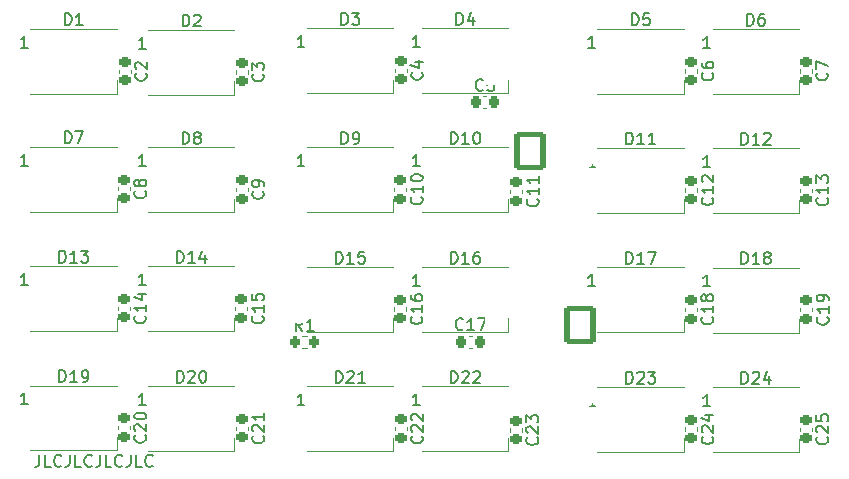
<source format=gbr>
%TF.GenerationSoftware,KiCad,Pcbnew,(6.0.9)*%
%TF.CreationDate,2023-03-29T18:39:05-08:00*%
%TF.ProjectId,CAUTION LIGHTS PANEL,43415554-494f-44e2-904c-494748545320,3*%
%TF.SameCoordinates,Original*%
%TF.FileFunction,Legend,Top*%
%TF.FilePolarity,Positive*%
%FSLAX46Y46*%
G04 Gerber Fmt 4.6, Leading zero omitted, Abs format (unit mm)*
G04 Created by KiCad (PCBNEW (6.0.9)) date 2023-03-29 18:39:05*
%MOMM*%
%LPD*%
G01*
G04 APERTURE LIST*
G04 Aperture macros list*
%AMRoundRect*
0 Rectangle with rounded corners*
0 $1 Rounding radius*
0 $2 $3 $4 $5 $6 $7 $8 $9 X,Y pos of 4 corners*
0 Add a 4 corners polygon primitive as box body*
4,1,4,$2,$3,$4,$5,$6,$7,$8,$9,$2,$3,0*
0 Add four circle primitives for the rounded corners*
1,1,$1+$1,$2,$3*
1,1,$1+$1,$4,$5*
1,1,$1+$1,$6,$7*
1,1,$1+$1,$8,$9*
0 Add four rect primitives between the rounded corners*
20,1,$1+$1,$2,$3,$4,$5,0*
20,1,$1+$1,$4,$5,$6,$7,0*
20,1,$1+$1,$6,$7,$8,$9,0*
20,1,$1+$1,$8,$9,$2,$3,0*%
G04 Aperture macros list end*
%ADD10C,0.150000*%
%ADD11C,0.120000*%
%ADD12C,2.500000*%
%ADD13R,1.500000X0.900000*%
%ADD14RoundRect,0.225000X-0.250000X0.225000X-0.250000X-0.225000X0.250000X-0.225000X0.250000X0.225000X0*%
%ADD15RoundRect,0.225000X-0.225000X-0.250000X0.225000X-0.250000X0.225000X0.250000X-0.225000X0.250000X0*%
%ADD16RoundRect,0.200000X-0.200000X-0.275000X0.200000X-0.275000X0.200000X0.275000X-0.200000X0.275000X0*%
%ADD17RoundRect,0.250001X-1.099999X-1.399999X1.099999X-1.399999X1.099999X1.399999X-1.099999X1.399999X0*%
%ADD18O,2.700000X3.300000*%
%ADD19RoundRect,0.250001X1.099999X1.399999X-1.099999X1.399999X-1.099999X-1.399999X1.099999X-1.399999X0*%
%ADD20R,1.800000X1.800000*%
%ADD21C,1.800000*%
G04 APERTURE END LIST*
D10*
X9402152Y1728820D02*
X9402152Y1014534D01*
X9354533Y871677D01*
X9259295Y776439D01*
X9116438Y728820D01*
X9021200Y728820D01*
X10354533Y728820D02*
X9878342Y728820D01*
X9878342Y1728820D01*
X11259295Y824058D02*
X11211676Y776439D01*
X11068819Y728820D01*
X10973580Y728820D01*
X10830723Y776439D01*
X10735485Y871677D01*
X10687866Y966915D01*
X10640247Y1157391D01*
X10640247Y1300248D01*
X10687866Y1490724D01*
X10735485Y1585962D01*
X10830723Y1681200D01*
X10973580Y1728820D01*
X11068819Y1728820D01*
X11211676Y1681200D01*
X11259295Y1633581D01*
X11973580Y1728820D02*
X11973580Y1014534D01*
X11925961Y871677D01*
X11830723Y776439D01*
X11687866Y728820D01*
X11592628Y728820D01*
X12925961Y728820D02*
X12449771Y728820D01*
X12449771Y1728820D01*
X13830723Y824058D02*
X13783104Y776439D01*
X13640247Y728820D01*
X13545009Y728820D01*
X13402152Y776439D01*
X13306914Y871677D01*
X13259295Y966915D01*
X13211676Y1157391D01*
X13211676Y1300248D01*
X13259295Y1490724D01*
X13306914Y1585962D01*
X13402152Y1681200D01*
X13545009Y1728820D01*
X13640247Y1728820D01*
X13783104Y1681200D01*
X13830723Y1633581D01*
X14545009Y1728820D02*
X14545009Y1014534D01*
X14497390Y871677D01*
X14402152Y776439D01*
X14259295Y728820D01*
X14164057Y728820D01*
X15497390Y728820D02*
X15021200Y728820D01*
X15021200Y1728820D01*
X16402152Y824058D02*
X16354533Y776439D01*
X16211676Y728820D01*
X16116438Y728820D01*
X15973580Y776439D01*
X15878342Y871677D01*
X15830723Y966915D01*
X15783104Y1157391D01*
X15783104Y1300248D01*
X15830723Y1490724D01*
X15878342Y1585962D01*
X15973580Y1681200D01*
X16116438Y1728820D01*
X16211676Y1728820D01*
X16354533Y1681200D01*
X16402152Y1633581D01*
X17116438Y1728820D02*
X17116438Y1014534D01*
X17068819Y871677D01*
X16973580Y776439D01*
X16830723Y728820D01*
X16735485Y728820D01*
X18068819Y728820D02*
X17592628Y728820D01*
X17592628Y1728820D01*
X18973580Y824058D02*
X18925961Y776439D01*
X18783104Y728820D01*
X18687866Y728820D01*
X18545009Y776439D01*
X18449771Y871677D01*
X18402152Y966915D01*
X18354533Y1157391D01*
X18354533Y1300248D01*
X18402152Y1490724D01*
X18449771Y1585962D01*
X18545009Y1681200D01*
X18687866Y1728820D01*
X18783104Y1728820D01*
X18925961Y1681200D01*
X18973580Y1633581D01*
%TO.C,D1*%
X11546104Y38108820D02*
X11546104Y39108820D01*
X11784200Y39108820D01*
X11927057Y39061200D01*
X12022295Y38965962D01*
X12069914Y38870724D01*
X12117533Y38680248D01*
X12117533Y38537391D01*
X12069914Y38346915D01*
X12022295Y38251677D01*
X11927057Y38156439D01*
X11784200Y38108820D01*
X11546104Y38108820D01*
X13069914Y38108820D02*
X12498485Y38108820D01*
X12784200Y38108820D02*
X12784200Y39108820D01*
X12688961Y38965962D01*
X12593723Y38870724D01*
X12498485Y38823105D01*
X8419914Y36208820D02*
X7848485Y36208820D01*
X8134200Y36208820D02*
X8134200Y37208820D01*
X8038961Y37065962D01*
X7943723Y36970724D01*
X7848485Y36923105D01*
%TO.C,D2*%
X21518104Y38008820D02*
X21518104Y39008820D01*
X21756200Y39008820D01*
X21899057Y38961200D01*
X21994295Y38865962D01*
X22041914Y38770724D01*
X22089533Y38580248D01*
X22089533Y38437391D01*
X22041914Y38246915D01*
X21994295Y38151677D01*
X21899057Y38056439D01*
X21756200Y38008820D01*
X21518104Y38008820D01*
X22470485Y38913581D02*
X22518104Y38961200D01*
X22613342Y39008820D01*
X22851438Y39008820D01*
X22946676Y38961200D01*
X22994295Y38913581D01*
X23041914Y38818343D01*
X23041914Y38723105D01*
X22994295Y38580248D01*
X22422866Y38008820D01*
X23041914Y38008820D01*
X18391914Y36108820D02*
X17820485Y36108820D01*
X18106200Y36108820D02*
X18106200Y37108820D01*
X18010961Y36965962D01*
X17915723Y36870724D01*
X17820485Y36823105D01*
%TO.C,D3*%
X34967104Y38150420D02*
X34967104Y39150420D01*
X35205200Y39150420D01*
X35348057Y39102800D01*
X35443295Y39007562D01*
X35490914Y38912324D01*
X35538533Y38721848D01*
X35538533Y38578991D01*
X35490914Y38388515D01*
X35443295Y38293277D01*
X35348057Y38198039D01*
X35205200Y38150420D01*
X34967104Y38150420D01*
X35871866Y39150420D02*
X36490914Y39150420D01*
X36157580Y38769467D01*
X36300438Y38769467D01*
X36395676Y38721848D01*
X36443295Y38674229D01*
X36490914Y38578991D01*
X36490914Y38340896D01*
X36443295Y38245658D01*
X36395676Y38198039D01*
X36300438Y38150420D01*
X36014723Y38150420D01*
X35919485Y38198039D01*
X35871866Y38245658D01*
X31840914Y36250420D02*
X31269485Y36250420D01*
X31555200Y36250420D02*
X31555200Y37250420D01*
X31459961Y37107562D01*
X31364723Y37012324D01*
X31269485Y36964705D01*
%TO.C,D4*%
X44709104Y38150420D02*
X44709104Y39150420D01*
X44947200Y39150420D01*
X45090057Y39102800D01*
X45185295Y39007562D01*
X45232914Y38912324D01*
X45280533Y38721848D01*
X45280533Y38578991D01*
X45232914Y38388515D01*
X45185295Y38293277D01*
X45090057Y38198039D01*
X44947200Y38150420D01*
X44709104Y38150420D01*
X46137676Y38817086D02*
X46137676Y38150420D01*
X45899580Y39198039D02*
X45661485Y38483753D01*
X46280533Y38483753D01*
X41582914Y36250420D02*
X41011485Y36250420D01*
X41297200Y36250420D02*
X41297200Y37250420D01*
X41201961Y37107562D01*
X41106723Y37012324D01*
X41011485Y36964705D01*
%TO.C,D5*%
X59553104Y38100420D02*
X59553104Y39100420D01*
X59791200Y39100420D01*
X59934057Y39052800D01*
X60029295Y38957562D01*
X60076914Y38862324D01*
X60124533Y38671848D01*
X60124533Y38528991D01*
X60076914Y38338515D01*
X60029295Y38243277D01*
X59934057Y38148039D01*
X59791200Y38100420D01*
X59553104Y38100420D01*
X61029295Y39100420D02*
X60553104Y39100420D01*
X60505485Y38624229D01*
X60553104Y38671848D01*
X60648342Y38719467D01*
X60886438Y38719467D01*
X60981676Y38671848D01*
X61029295Y38624229D01*
X61076914Y38528991D01*
X61076914Y38290896D01*
X61029295Y38195658D01*
X60981676Y38148039D01*
X60886438Y38100420D01*
X60648342Y38100420D01*
X60553104Y38148039D01*
X60505485Y38195658D01*
X56426914Y36200420D02*
X55855485Y36200420D01*
X56141200Y36200420D02*
X56141200Y37200420D01*
X56045961Y37057562D01*
X55950723Y36962324D01*
X55855485Y36914705D01*
%TO.C,D6*%
X69303104Y38080420D02*
X69303104Y39080420D01*
X69541200Y39080420D01*
X69684057Y39032800D01*
X69779295Y38937562D01*
X69826914Y38842324D01*
X69874533Y38651848D01*
X69874533Y38508991D01*
X69826914Y38318515D01*
X69779295Y38223277D01*
X69684057Y38128039D01*
X69541200Y38080420D01*
X69303104Y38080420D01*
X70731676Y39080420D02*
X70541200Y39080420D01*
X70445961Y39032800D01*
X70398342Y38985181D01*
X70303104Y38842324D01*
X70255485Y38651848D01*
X70255485Y38270896D01*
X70303104Y38175658D01*
X70350723Y38128039D01*
X70445961Y38080420D01*
X70636438Y38080420D01*
X70731676Y38128039D01*
X70779295Y38175658D01*
X70826914Y38270896D01*
X70826914Y38508991D01*
X70779295Y38604229D01*
X70731676Y38651848D01*
X70636438Y38699467D01*
X70445961Y38699467D01*
X70350723Y38651848D01*
X70303104Y38604229D01*
X70255485Y38508991D01*
X66176914Y36180420D02*
X65605485Y36180420D01*
X65891200Y36180420D02*
X65891200Y37180420D01*
X65795961Y37037562D01*
X65700723Y36942324D01*
X65605485Y36894705D01*
%TO.C,D7*%
X11546104Y28116820D02*
X11546104Y29116820D01*
X11784200Y29116820D01*
X11927057Y29069200D01*
X12022295Y28973962D01*
X12069914Y28878724D01*
X12117533Y28688248D01*
X12117533Y28545391D01*
X12069914Y28354915D01*
X12022295Y28259677D01*
X11927057Y28164439D01*
X11784200Y28116820D01*
X11546104Y28116820D01*
X12450866Y29116820D02*
X13117533Y29116820D01*
X12688961Y28116820D01*
X8419914Y26216820D02*
X7848485Y26216820D01*
X8134200Y26216820D02*
X8134200Y27216820D01*
X8038961Y27073962D01*
X7943723Y26978724D01*
X7848485Y26931105D01*
%TO.C,D8*%
X21518104Y28066620D02*
X21518104Y29066620D01*
X21756200Y29066620D01*
X21899057Y29019000D01*
X21994295Y28923762D01*
X22041914Y28828524D01*
X22089533Y28638048D01*
X22089533Y28495191D01*
X22041914Y28304715D01*
X21994295Y28209477D01*
X21899057Y28114239D01*
X21756200Y28066620D01*
X21518104Y28066620D01*
X22660961Y28638048D02*
X22565723Y28685667D01*
X22518104Y28733286D01*
X22470485Y28828524D01*
X22470485Y28876143D01*
X22518104Y28971381D01*
X22565723Y29019000D01*
X22660961Y29066620D01*
X22851438Y29066620D01*
X22946676Y29019000D01*
X22994295Y28971381D01*
X23041914Y28876143D01*
X23041914Y28828524D01*
X22994295Y28733286D01*
X22946676Y28685667D01*
X22851438Y28638048D01*
X22660961Y28638048D01*
X22565723Y28590429D01*
X22518104Y28542810D01*
X22470485Y28447572D01*
X22470485Y28257096D01*
X22518104Y28161858D01*
X22565723Y28114239D01*
X22660961Y28066620D01*
X22851438Y28066620D01*
X22946676Y28114239D01*
X22994295Y28161858D01*
X23041914Y28257096D01*
X23041914Y28447572D01*
X22994295Y28542810D01*
X22946676Y28590429D01*
X22851438Y28638048D01*
X18391914Y26166620D02*
X17820485Y26166620D01*
X18106200Y26166620D02*
X18106200Y27166620D01*
X18010961Y27023762D01*
X17915723Y26928524D01*
X17820485Y26880905D01*
%TO.C,D9*%
X34967104Y28066820D02*
X34967104Y29066820D01*
X35205200Y29066820D01*
X35348057Y29019200D01*
X35443295Y28923962D01*
X35490914Y28828724D01*
X35538533Y28638248D01*
X35538533Y28495391D01*
X35490914Y28304915D01*
X35443295Y28209677D01*
X35348057Y28114439D01*
X35205200Y28066820D01*
X34967104Y28066820D01*
X36014723Y28066820D02*
X36205200Y28066820D01*
X36300438Y28114439D01*
X36348057Y28162058D01*
X36443295Y28304915D01*
X36490914Y28495391D01*
X36490914Y28876343D01*
X36443295Y28971581D01*
X36395676Y29019200D01*
X36300438Y29066820D01*
X36109961Y29066820D01*
X36014723Y29019200D01*
X35967104Y28971581D01*
X35919485Y28876343D01*
X35919485Y28638248D01*
X35967104Y28543010D01*
X36014723Y28495391D01*
X36109961Y28447772D01*
X36300438Y28447772D01*
X36395676Y28495391D01*
X36443295Y28543010D01*
X36490914Y28638248D01*
X31840914Y26166820D02*
X31269485Y26166820D01*
X31555200Y26166820D02*
X31555200Y27166820D01*
X31459961Y27023962D01*
X31364723Y26928724D01*
X31269485Y26881105D01*
%TO.C,D10*%
X44232914Y28066820D02*
X44232914Y29066820D01*
X44471009Y29066820D01*
X44613866Y29019200D01*
X44709104Y28923962D01*
X44756723Y28828724D01*
X44804342Y28638248D01*
X44804342Y28495391D01*
X44756723Y28304915D01*
X44709104Y28209677D01*
X44613866Y28114439D01*
X44471009Y28066820D01*
X44232914Y28066820D01*
X45756723Y28066820D02*
X45185295Y28066820D01*
X45471009Y28066820D02*
X45471009Y29066820D01*
X45375771Y28923962D01*
X45280533Y28828724D01*
X45185295Y28781105D01*
X46375771Y29066820D02*
X46471009Y29066820D01*
X46566247Y29019200D01*
X46613866Y28971581D01*
X46661485Y28876343D01*
X46709104Y28685867D01*
X46709104Y28447772D01*
X46661485Y28257296D01*
X46613866Y28162058D01*
X46566247Y28114439D01*
X46471009Y28066820D01*
X46375771Y28066820D01*
X46280533Y28114439D01*
X46232914Y28162058D01*
X46185295Y28257296D01*
X46137676Y28447772D01*
X46137676Y28685867D01*
X46185295Y28876343D01*
X46232914Y28971581D01*
X46280533Y29019200D01*
X46375771Y29066820D01*
X41582914Y26166820D02*
X41011485Y26166820D01*
X41297200Y26166820D02*
X41297200Y27166820D01*
X41201961Y27023962D01*
X41106723Y26928724D01*
X41011485Y26881105D01*
%TO.C,D11*%
X59076914Y28016620D02*
X59076914Y29016620D01*
X59315009Y29016620D01*
X59457866Y28969000D01*
X59553104Y28873762D01*
X59600723Y28778524D01*
X59648342Y28588048D01*
X59648342Y28445191D01*
X59600723Y28254715D01*
X59553104Y28159477D01*
X59457866Y28064239D01*
X59315009Y28016620D01*
X59076914Y28016620D01*
X60600723Y28016620D02*
X60029295Y28016620D01*
X60315009Y28016620D02*
X60315009Y29016620D01*
X60219771Y28873762D01*
X60124533Y28778524D01*
X60029295Y28730905D01*
X61553104Y28016620D02*
X60981676Y28016620D01*
X61267390Y28016620D02*
X61267390Y29016620D01*
X61172152Y28873762D01*
X61076914Y28778524D01*
X60981676Y28730905D01*
X56426914Y26116620D02*
X55855485Y26116620D01*
X56141200Y26116620D02*
X56141200Y27116620D01*
X56045961Y26973762D01*
X55950723Y26878524D01*
X55855485Y26830905D01*
%TO.C,D13*%
X11069914Y18007620D02*
X11069914Y19007620D01*
X11308009Y19007620D01*
X11450866Y18960000D01*
X11546104Y18864762D01*
X11593723Y18769524D01*
X11641342Y18579048D01*
X11641342Y18436191D01*
X11593723Y18245715D01*
X11546104Y18150477D01*
X11450866Y18055239D01*
X11308009Y18007620D01*
X11069914Y18007620D01*
X12593723Y18007620D02*
X12022295Y18007620D01*
X12308009Y18007620D02*
X12308009Y19007620D01*
X12212771Y18864762D01*
X12117533Y18769524D01*
X12022295Y18721905D01*
X12927057Y19007620D02*
X13546104Y19007620D01*
X13212771Y18626667D01*
X13355628Y18626667D01*
X13450866Y18579048D01*
X13498485Y18531429D01*
X13546104Y18436191D01*
X13546104Y18198096D01*
X13498485Y18102858D01*
X13450866Y18055239D01*
X13355628Y18007620D01*
X13069914Y18007620D01*
X12974676Y18055239D01*
X12927057Y18102858D01*
X8419914Y16107620D02*
X7848485Y16107620D01*
X8134200Y16107620D02*
X8134200Y17107620D01*
X8038961Y16964762D01*
X7943723Y16869524D01*
X7848485Y16821905D01*
%TO.C,D14*%
X21041914Y17983020D02*
X21041914Y18983020D01*
X21280009Y18983020D01*
X21422866Y18935400D01*
X21518104Y18840162D01*
X21565723Y18744924D01*
X21613342Y18554448D01*
X21613342Y18411591D01*
X21565723Y18221115D01*
X21518104Y18125877D01*
X21422866Y18030639D01*
X21280009Y17983020D01*
X21041914Y17983020D01*
X22565723Y17983020D02*
X21994295Y17983020D01*
X22280009Y17983020D02*
X22280009Y18983020D01*
X22184771Y18840162D01*
X22089533Y18744924D01*
X21994295Y18697305D01*
X23422866Y18649686D02*
X23422866Y17983020D01*
X23184771Y19030639D02*
X22946676Y18316353D01*
X23565723Y18316353D01*
X18391914Y16083020D02*
X17820485Y16083020D01*
X18106200Y16083020D02*
X18106200Y17083020D01*
X18010961Y16940162D01*
X17915723Y16844924D01*
X17820485Y16797305D01*
%TO.C,D15*%
X34490914Y17932220D02*
X34490914Y18932220D01*
X34729009Y18932220D01*
X34871866Y18884600D01*
X34967104Y18789362D01*
X35014723Y18694124D01*
X35062342Y18503648D01*
X35062342Y18360791D01*
X35014723Y18170315D01*
X34967104Y18075077D01*
X34871866Y17979839D01*
X34729009Y17932220D01*
X34490914Y17932220D01*
X36014723Y17932220D02*
X35443295Y17932220D01*
X35729009Y17932220D02*
X35729009Y18932220D01*
X35633771Y18789362D01*
X35538533Y18694124D01*
X35443295Y18646505D01*
X36919485Y18932220D02*
X36443295Y18932220D01*
X36395676Y18456029D01*
X36443295Y18503648D01*
X36538533Y18551267D01*
X36776628Y18551267D01*
X36871866Y18503648D01*
X36919485Y18456029D01*
X36967104Y18360791D01*
X36967104Y18122696D01*
X36919485Y18027458D01*
X36871866Y17979839D01*
X36776628Y17932220D01*
X36538533Y17932220D01*
X36443295Y17979839D01*
X36395676Y18027458D01*
X31840914Y16032220D02*
X31269485Y16032220D01*
X31555200Y16032220D02*
X31555200Y17032220D01*
X31459961Y16889362D01*
X31364723Y16794124D01*
X31269485Y16746505D01*
%TO.C,D16*%
X44232914Y17932020D02*
X44232914Y18932020D01*
X44471009Y18932020D01*
X44613866Y18884400D01*
X44709104Y18789162D01*
X44756723Y18693924D01*
X44804342Y18503448D01*
X44804342Y18360591D01*
X44756723Y18170115D01*
X44709104Y18074877D01*
X44613866Y17979639D01*
X44471009Y17932020D01*
X44232914Y17932020D01*
X45756723Y17932020D02*
X45185295Y17932020D01*
X45471009Y17932020D02*
X45471009Y18932020D01*
X45375771Y18789162D01*
X45280533Y18693924D01*
X45185295Y18646305D01*
X46613866Y18932020D02*
X46423390Y18932020D01*
X46328152Y18884400D01*
X46280533Y18836781D01*
X46185295Y18693924D01*
X46137676Y18503448D01*
X46137676Y18122496D01*
X46185295Y18027258D01*
X46232914Y17979639D01*
X46328152Y17932020D01*
X46518628Y17932020D01*
X46613866Y17979639D01*
X46661485Y18027258D01*
X46709104Y18122496D01*
X46709104Y18360591D01*
X46661485Y18455829D01*
X46613866Y18503448D01*
X46518628Y18551067D01*
X46328152Y18551067D01*
X46232914Y18503448D01*
X46185295Y18455829D01*
X46137676Y18360591D01*
X41582914Y16032020D02*
X41011485Y16032020D01*
X41297200Y16032020D02*
X41297200Y17032020D01*
X41201961Y16889162D01*
X41106723Y16793924D01*
X41011485Y16746305D01*
%TO.C,D17*%
X59076914Y17907420D02*
X59076914Y18907420D01*
X59315009Y18907420D01*
X59457866Y18859800D01*
X59553104Y18764562D01*
X59600723Y18669324D01*
X59648342Y18478848D01*
X59648342Y18335991D01*
X59600723Y18145515D01*
X59553104Y18050277D01*
X59457866Y17955039D01*
X59315009Y17907420D01*
X59076914Y17907420D01*
X60600723Y17907420D02*
X60029295Y17907420D01*
X60315009Y17907420D02*
X60315009Y18907420D01*
X60219771Y18764562D01*
X60124533Y18669324D01*
X60029295Y18621705D01*
X60934057Y18907420D02*
X61600723Y18907420D01*
X61172152Y17907420D01*
X56426914Y16007420D02*
X55855485Y16007420D01*
X56141200Y16007420D02*
X56141200Y17007420D01*
X56045961Y16864562D01*
X55950723Y16769324D01*
X55855485Y16721705D01*
%TO.C,D18*%
X68826914Y17887620D02*
X68826914Y18887620D01*
X69065009Y18887620D01*
X69207866Y18840000D01*
X69303104Y18744762D01*
X69350723Y18649524D01*
X69398342Y18459048D01*
X69398342Y18316191D01*
X69350723Y18125715D01*
X69303104Y18030477D01*
X69207866Y17935239D01*
X69065009Y17887620D01*
X68826914Y17887620D01*
X70350723Y17887620D02*
X69779295Y17887620D01*
X70065009Y17887620D02*
X70065009Y18887620D01*
X69969771Y18744762D01*
X69874533Y18649524D01*
X69779295Y18601905D01*
X70922152Y18459048D02*
X70826914Y18506667D01*
X70779295Y18554286D01*
X70731676Y18649524D01*
X70731676Y18697143D01*
X70779295Y18792381D01*
X70826914Y18840000D01*
X70922152Y18887620D01*
X71112628Y18887620D01*
X71207866Y18840000D01*
X71255485Y18792381D01*
X71303104Y18697143D01*
X71303104Y18649524D01*
X71255485Y18554286D01*
X71207866Y18506667D01*
X71112628Y18459048D01*
X70922152Y18459048D01*
X70826914Y18411429D01*
X70779295Y18363810D01*
X70731676Y18268572D01*
X70731676Y18078096D01*
X70779295Y17982858D01*
X70826914Y17935239D01*
X70922152Y17887620D01*
X71112628Y17887620D01*
X71207866Y17935239D01*
X71255485Y17982858D01*
X71303104Y18078096D01*
X71303104Y18268572D01*
X71255485Y18363810D01*
X71207866Y18411429D01*
X71112628Y18459048D01*
X66176914Y15987620D02*
X65605485Y15987620D01*
X65891200Y15987620D02*
X65891200Y16987620D01*
X65795961Y16844762D01*
X65700723Y16749524D01*
X65605485Y16701905D01*
%TO.C,D19*%
X11069914Y7898820D02*
X11069914Y8898820D01*
X11308009Y8898820D01*
X11450866Y8851200D01*
X11546104Y8755962D01*
X11593723Y8660724D01*
X11641342Y8470248D01*
X11641342Y8327391D01*
X11593723Y8136915D01*
X11546104Y8041677D01*
X11450866Y7946439D01*
X11308009Y7898820D01*
X11069914Y7898820D01*
X12593723Y7898820D02*
X12022295Y7898820D01*
X12308009Y7898820D02*
X12308009Y8898820D01*
X12212771Y8755962D01*
X12117533Y8660724D01*
X12022295Y8613105D01*
X13069914Y7898820D02*
X13260390Y7898820D01*
X13355628Y7946439D01*
X13403247Y7994058D01*
X13498485Y8136915D01*
X13546104Y8327391D01*
X13546104Y8708343D01*
X13498485Y8803581D01*
X13450866Y8851200D01*
X13355628Y8898820D01*
X13165152Y8898820D01*
X13069914Y8851200D01*
X13022295Y8803581D01*
X12974676Y8708343D01*
X12974676Y8470248D01*
X13022295Y8375010D01*
X13069914Y8327391D01*
X13165152Y8279772D01*
X13355628Y8279772D01*
X13450866Y8327391D01*
X13498485Y8375010D01*
X13546104Y8470248D01*
X8419914Y5998820D02*
X7848485Y5998820D01*
X8134200Y5998820D02*
X8134200Y6998820D01*
X8038961Y6855962D01*
X7943723Y6760724D01*
X7848485Y6713105D01*
%TO.C,D20*%
X21041914Y7848820D02*
X21041914Y8848820D01*
X21280009Y8848820D01*
X21422866Y8801200D01*
X21518104Y8705962D01*
X21565723Y8610724D01*
X21613342Y8420248D01*
X21613342Y8277391D01*
X21565723Y8086915D01*
X21518104Y7991677D01*
X21422866Y7896439D01*
X21280009Y7848820D01*
X21041914Y7848820D01*
X21994295Y8753581D02*
X22041914Y8801200D01*
X22137152Y8848820D01*
X22375247Y8848820D01*
X22470485Y8801200D01*
X22518104Y8753581D01*
X22565723Y8658343D01*
X22565723Y8563105D01*
X22518104Y8420248D01*
X21946676Y7848820D01*
X22565723Y7848820D01*
X23184771Y8848820D02*
X23280009Y8848820D01*
X23375247Y8801200D01*
X23422866Y8753581D01*
X23470485Y8658343D01*
X23518104Y8467867D01*
X23518104Y8229772D01*
X23470485Y8039296D01*
X23422866Y7944058D01*
X23375247Y7896439D01*
X23280009Y7848820D01*
X23184771Y7848820D01*
X23089533Y7896439D01*
X23041914Y7944058D01*
X22994295Y8039296D01*
X22946676Y8229772D01*
X22946676Y8467867D01*
X22994295Y8658343D01*
X23041914Y8753581D01*
X23089533Y8801200D01*
X23184771Y8848820D01*
X18391914Y5948820D02*
X17820485Y5948820D01*
X18106200Y5948820D02*
X18106200Y6948820D01*
X18010961Y6805962D01*
X17915723Y6710724D01*
X17820485Y6663105D01*
%TO.C,D21*%
X34490914Y7822820D02*
X34490914Y8822820D01*
X34729009Y8822820D01*
X34871866Y8775200D01*
X34967104Y8679962D01*
X35014723Y8584724D01*
X35062342Y8394248D01*
X35062342Y8251391D01*
X35014723Y8060915D01*
X34967104Y7965677D01*
X34871866Y7870439D01*
X34729009Y7822820D01*
X34490914Y7822820D01*
X35443295Y8727581D02*
X35490914Y8775200D01*
X35586152Y8822820D01*
X35824247Y8822820D01*
X35919485Y8775200D01*
X35967104Y8727581D01*
X36014723Y8632343D01*
X36014723Y8537105D01*
X35967104Y8394248D01*
X35395676Y7822820D01*
X36014723Y7822820D01*
X36967104Y7822820D02*
X36395676Y7822820D01*
X36681390Y7822820D02*
X36681390Y8822820D01*
X36586152Y8679962D01*
X36490914Y8584724D01*
X36395676Y8537105D01*
X31840914Y5922820D02*
X31269485Y5922820D01*
X31555200Y5922820D02*
X31555200Y6922820D01*
X31459961Y6779962D01*
X31364723Y6684724D01*
X31269485Y6637105D01*
%TO.C,D22*%
X44232914Y7822820D02*
X44232914Y8822820D01*
X44471009Y8822820D01*
X44613866Y8775200D01*
X44709104Y8679962D01*
X44756723Y8584724D01*
X44804342Y8394248D01*
X44804342Y8251391D01*
X44756723Y8060915D01*
X44709104Y7965677D01*
X44613866Y7870439D01*
X44471009Y7822820D01*
X44232914Y7822820D01*
X45185295Y8727581D02*
X45232914Y8775200D01*
X45328152Y8822820D01*
X45566247Y8822820D01*
X45661485Y8775200D01*
X45709104Y8727581D01*
X45756723Y8632343D01*
X45756723Y8537105D01*
X45709104Y8394248D01*
X45137676Y7822820D01*
X45756723Y7822820D01*
X46137676Y8727581D02*
X46185295Y8775200D01*
X46280533Y8822820D01*
X46518628Y8822820D01*
X46613866Y8775200D01*
X46661485Y8727581D01*
X46709104Y8632343D01*
X46709104Y8537105D01*
X46661485Y8394248D01*
X46090057Y7822820D01*
X46709104Y7822820D01*
X41582914Y5922820D02*
X41011485Y5922820D01*
X41297200Y5922820D02*
X41297200Y6922820D01*
X41201961Y6779962D01*
X41106723Y6684724D01*
X41011485Y6637105D01*
%TO.C,D23*%
X59076914Y7772820D02*
X59076914Y8772820D01*
X59315009Y8772820D01*
X59457866Y8725200D01*
X59553104Y8629962D01*
X59600723Y8534724D01*
X59648342Y8344248D01*
X59648342Y8201391D01*
X59600723Y8010915D01*
X59553104Y7915677D01*
X59457866Y7820439D01*
X59315009Y7772820D01*
X59076914Y7772820D01*
X60029295Y8677581D02*
X60076914Y8725200D01*
X60172152Y8772820D01*
X60410247Y8772820D01*
X60505485Y8725200D01*
X60553104Y8677581D01*
X60600723Y8582343D01*
X60600723Y8487105D01*
X60553104Y8344248D01*
X59981676Y7772820D01*
X60600723Y7772820D01*
X60934057Y8772820D02*
X61553104Y8772820D01*
X61219771Y8391867D01*
X61362628Y8391867D01*
X61457866Y8344248D01*
X61505485Y8296629D01*
X61553104Y8201391D01*
X61553104Y7963296D01*
X61505485Y7868058D01*
X61457866Y7820439D01*
X61362628Y7772820D01*
X61076914Y7772820D01*
X60981676Y7820439D01*
X60934057Y7868058D01*
X56426914Y5872820D02*
X55855485Y5872820D01*
X56141200Y5872820D02*
X56141200Y6872820D01*
X56045961Y6729962D01*
X55950723Y6634724D01*
X55855485Y6587105D01*
%TO.C,D24*%
X68826914Y7752820D02*
X68826914Y8752820D01*
X69065009Y8752820D01*
X69207866Y8705200D01*
X69303104Y8609962D01*
X69350723Y8514724D01*
X69398342Y8324248D01*
X69398342Y8181391D01*
X69350723Y7990915D01*
X69303104Y7895677D01*
X69207866Y7800439D01*
X69065009Y7752820D01*
X68826914Y7752820D01*
X69779295Y8657581D02*
X69826914Y8705200D01*
X69922152Y8752820D01*
X70160247Y8752820D01*
X70255485Y8705200D01*
X70303104Y8657581D01*
X70350723Y8562343D01*
X70350723Y8467105D01*
X70303104Y8324248D01*
X69731676Y7752820D01*
X70350723Y7752820D01*
X71207866Y8419486D02*
X71207866Y7752820D01*
X70969771Y8800439D02*
X70731676Y8086153D01*
X71350723Y8086153D01*
X66176914Y5852820D02*
X65605485Y5852820D01*
X65891200Y5852820D02*
X65891200Y6852820D01*
X65795961Y6709962D01*
X65700723Y6614724D01*
X65605485Y6567105D01*
%TO.C,C3*%
X28303342Y33982034D02*
X28350961Y33934415D01*
X28398580Y33791558D01*
X28398580Y33696320D01*
X28350961Y33553462D01*
X28255723Y33458224D01*
X28160485Y33410605D01*
X27970009Y33362986D01*
X27827152Y33362986D01*
X27636676Y33410605D01*
X27541438Y33458224D01*
X27446200Y33553462D01*
X27398580Y33696320D01*
X27398580Y33791558D01*
X27446200Y33934415D01*
X27493819Y33982034D01*
X27398580Y34315367D02*
X27398580Y34934415D01*
X27779533Y34601081D01*
X27779533Y34743939D01*
X27827152Y34839177D01*
X27874771Y34886796D01*
X27970009Y34934415D01*
X28208104Y34934415D01*
X28303342Y34886796D01*
X28350961Y34839177D01*
X28398580Y34743939D01*
X28398580Y34458224D01*
X28350961Y34362986D01*
X28303342Y34315367D01*
%TO.C,C4*%
X41763342Y34122034D02*
X41810961Y34074415D01*
X41858580Y33931558D01*
X41858580Y33836320D01*
X41810961Y33693462D01*
X41715723Y33598224D01*
X41620485Y33550605D01*
X41430009Y33502986D01*
X41287152Y33502986D01*
X41096676Y33550605D01*
X41001438Y33598224D01*
X40906200Y33693462D01*
X40858580Y33836320D01*
X40858580Y33931558D01*
X40906200Y34074415D01*
X40953819Y34122034D01*
X41191914Y34979177D02*
X41858580Y34979177D01*
X40810961Y34741081D02*
X41525247Y34502986D01*
X41525247Y35122034D01*
%TO.C,C5*%
X46942033Y32644058D02*
X46894414Y32596439D01*
X46751557Y32548820D01*
X46656319Y32548820D01*
X46513461Y32596439D01*
X46418223Y32691677D01*
X46370604Y32786915D01*
X46322985Y32977391D01*
X46322985Y33120248D01*
X46370604Y33310724D01*
X46418223Y33405962D01*
X46513461Y33501200D01*
X46656319Y33548820D01*
X46751557Y33548820D01*
X46894414Y33501200D01*
X46942033Y33453581D01*
X47846795Y33548820D02*
X47370604Y33548820D01*
X47322985Y33072629D01*
X47370604Y33120248D01*
X47465842Y33167867D01*
X47703938Y33167867D01*
X47799176Y33120248D01*
X47846795Y33072629D01*
X47894414Y32977391D01*
X47894414Y32739296D01*
X47846795Y32644058D01*
X47799176Y32596439D01*
X47703938Y32548820D01*
X47465842Y32548820D01*
X47370604Y32596439D01*
X47322985Y32644058D01*
%TO.C,C6*%
X66373342Y34072034D02*
X66420961Y34024415D01*
X66468580Y33881558D01*
X66468580Y33786320D01*
X66420961Y33643462D01*
X66325723Y33548224D01*
X66230485Y33500605D01*
X66040009Y33452986D01*
X65897152Y33452986D01*
X65706676Y33500605D01*
X65611438Y33548224D01*
X65516200Y33643462D01*
X65468580Y33786320D01*
X65468580Y33881558D01*
X65516200Y34024415D01*
X65563819Y34072034D01*
X65468580Y34929177D02*
X65468580Y34738700D01*
X65516200Y34643462D01*
X65563819Y34595843D01*
X65706676Y34500605D01*
X65897152Y34452986D01*
X66278104Y34452986D01*
X66373342Y34500605D01*
X66420961Y34548224D01*
X66468580Y34643462D01*
X66468580Y34833939D01*
X66420961Y34929177D01*
X66373342Y34976796D01*
X66278104Y35024415D01*
X66040009Y35024415D01*
X65944771Y34976796D01*
X65897152Y34929177D01*
X65849533Y34833939D01*
X65849533Y34643462D01*
X65897152Y34548224D01*
X65944771Y34500605D01*
X66040009Y34452986D01*
%TO.C,C7*%
X76073342Y34062034D02*
X76120961Y34014415D01*
X76168580Y33871558D01*
X76168580Y33776320D01*
X76120961Y33633462D01*
X76025723Y33538224D01*
X75930485Y33490605D01*
X75740009Y33442986D01*
X75597152Y33442986D01*
X75406676Y33490605D01*
X75311438Y33538224D01*
X75216200Y33633462D01*
X75168580Y33776320D01*
X75168580Y33871558D01*
X75216200Y34014415D01*
X75263819Y34062034D01*
X75168580Y34395367D02*
X75168580Y35062034D01*
X76168580Y34633462D01*
%TO.C,C8*%
X18333342Y24092034D02*
X18380961Y24044415D01*
X18428580Y23901558D01*
X18428580Y23806320D01*
X18380961Y23663462D01*
X18285723Y23568224D01*
X18190485Y23520605D01*
X18000009Y23472986D01*
X17857152Y23472986D01*
X17666676Y23520605D01*
X17571438Y23568224D01*
X17476200Y23663462D01*
X17428580Y23806320D01*
X17428580Y23901558D01*
X17476200Y24044415D01*
X17523819Y24092034D01*
X17857152Y24663462D02*
X17809533Y24568224D01*
X17761914Y24520605D01*
X17666676Y24472986D01*
X17619057Y24472986D01*
X17523819Y24520605D01*
X17476200Y24568224D01*
X17428580Y24663462D01*
X17428580Y24853939D01*
X17476200Y24949177D01*
X17523819Y24996796D01*
X17619057Y25044415D01*
X17666676Y25044415D01*
X17761914Y24996796D01*
X17809533Y24949177D01*
X17857152Y24853939D01*
X17857152Y24663462D01*
X17904771Y24568224D01*
X17952390Y24520605D01*
X18047628Y24472986D01*
X18238104Y24472986D01*
X18333342Y24520605D01*
X18380961Y24568224D01*
X18428580Y24663462D01*
X18428580Y24853939D01*
X18380961Y24949177D01*
X18333342Y24996796D01*
X18238104Y25044415D01*
X18047628Y25044415D01*
X17952390Y24996796D01*
X17904771Y24949177D01*
X17857152Y24853939D01*
%TO.C,C9*%
X28303342Y24042034D02*
X28350961Y23994415D01*
X28398580Y23851558D01*
X28398580Y23756320D01*
X28350961Y23613462D01*
X28255723Y23518224D01*
X28160485Y23470605D01*
X27970009Y23422986D01*
X27827152Y23422986D01*
X27636676Y23470605D01*
X27541438Y23518224D01*
X27446200Y23613462D01*
X27398580Y23756320D01*
X27398580Y23851558D01*
X27446200Y23994415D01*
X27493819Y24042034D01*
X28398580Y24518224D02*
X28398580Y24708700D01*
X28350961Y24803939D01*
X28303342Y24851558D01*
X28160485Y24946796D01*
X27970009Y24994415D01*
X27589057Y24994415D01*
X27493819Y24946796D01*
X27446200Y24899177D01*
X27398580Y24803939D01*
X27398580Y24613462D01*
X27446200Y24518224D01*
X27493819Y24470605D01*
X27589057Y24422986D01*
X27827152Y24422986D01*
X27922390Y24470605D01*
X27970009Y24518224D01*
X28017628Y24613462D01*
X28017628Y24803939D01*
X27970009Y24899177D01*
X27922390Y24946796D01*
X27827152Y24994415D01*
%TO.C,C10*%
X41743342Y23565843D02*
X41790961Y23518224D01*
X41838580Y23375367D01*
X41838580Y23280129D01*
X41790961Y23137272D01*
X41695723Y23042034D01*
X41600485Y22994415D01*
X41410009Y22946796D01*
X41267152Y22946796D01*
X41076676Y22994415D01*
X40981438Y23042034D01*
X40886200Y23137272D01*
X40838580Y23280129D01*
X40838580Y23375367D01*
X40886200Y23518224D01*
X40933819Y23565843D01*
X41838580Y24518224D02*
X41838580Y23946796D01*
X41838580Y24232510D02*
X40838580Y24232510D01*
X40981438Y24137272D01*
X41076676Y24042034D01*
X41124295Y23946796D01*
X40838580Y25137272D02*
X40838580Y25232510D01*
X40886200Y25327748D01*
X40933819Y25375367D01*
X41029057Y25422986D01*
X41219533Y25470605D01*
X41457628Y25470605D01*
X41648104Y25422986D01*
X41743342Y25375367D01*
X41790961Y25327748D01*
X41838580Y25232510D01*
X41838580Y25137272D01*
X41790961Y25042034D01*
X41743342Y24994415D01*
X41648104Y24946796D01*
X41457628Y24899177D01*
X41219533Y24899177D01*
X41029057Y24946796D01*
X40933819Y24994415D01*
X40886200Y25042034D01*
X40838580Y25137272D01*
%TO.C,C11*%
X51563342Y23395843D02*
X51610961Y23348224D01*
X51658580Y23205367D01*
X51658580Y23110129D01*
X51610961Y22967272D01*
X51515723Y22872034D01*
X51420485Y22824415D01*
X51230009Y22776796D01*
X51087152Y22776796D01*
X50896676Y22824415D01*
X50801438Y22872034D01*
X50706200Y22967272D01*
X50658580Y23110129D01*
X50658580Y23205367D01*
X50706200Y23348224D01*
X50753819Y23395843D01*
X51658580Y24348224D02*
X51658580Y23776796D01*
X51658580Y24062510D02*
X50658580Y24062510D01*
X50801438Y23967272D01*
X50896676Y23872034D01*
X50944295Y23776796D01*
X51658580Y25300605D02*
X51658580Y24729177D01*
X51658580Y25014891D02*
X50658580Y25014891D01*
X50801438Y24919653D01*
X50896676Y24824415D01*
X50944295Y24729177D01*
%TO.C,C12*%
X66363342Y23505843D02*
X66410961Y23458224D01*
X66458580Y23315367D01*
X66458580Y23220129D01*
X66410961Y23077272D01*
X66315723Y22982034D01*
X66220485Y22934415D01*
X66030009Y22886796D01*
X65887152Y22886796D01*
X65696676Y22934415D01*
X65601438Y22982034D01*
X65506200Y23077272D01*
X65458580Y23220129D01*
X65458580Y23315367D01*
X65506200Y23458224D01*
X65553819Y23505843D01*
X66458580Y24458224D02*
X66458580Y23886796D01*
X66458580Y24172510D02*
X65458580Y24172510D01*
X65601438Y24077272D01*
X65696676Y23982034D01*
X65744295Y23886796D01*
X65553819Y24839177D02*
X65506200Y24886796D01*
X65458580Y24982034D01*
X65458580Y25220129D01*
X65506200Y25315367D01*
X65553819Y25362986D01*
X65649057Y25410605D01*
X65744295Y25410605D01*
X65887152Y25362986D01*
X66458580Y24791558D01*
X66458580Y25410605D01*
%TO.C,C13*%
X76093342Y23495843D02*
X76140961Y23448224D01*
X76188580Y23305367D01*
X76188580Y23210129D01*
X76140961Y23067272D01*
X76045723Y22972034D01*
X75950485Y22924415D01*
X75760009Y22876796D01*
X75617152Y22876796D01*
X75426676Y22924415D01*
X75331438Y22972034D01*
X75236200Y23067272D01*
X75188580Y23210129D01*
X75188580Y23305367D01*
X75236200Y23448224D01*
X75283819Y23495843D01*
X76188580Y24448224D02*
X76188580Y23876796D01*
X76188580Y24162510D02*
X75188580Y24162510D01*
X75331438Y24067272D01*
X75426676Y23972034D01*
X75474295Y23876796D01*
X75188580Y24781558D02*
X75188580Y25400605D01*
X75569533Y25067272D01*
X75569533Y25210129D01*
X75617152Y25305367D01*
X75664771Y25352986D01*
X75760009Y25400605D01*
X75998104Y25400605D01*
X76093342Y25352986D01*
X76140961Y25305367D01*
X76188580Y25210129D01*
X76188580Y24924415D01*
X76140961Y24829177D01*
X76093342Y24781558D01*
%TO.C,C14*%
X18323342Y13505843D02*
X18370961Y13458224D01*
X18418580Y13315367D01*
X18418580Y13220129D01*
X18370961Y13077272D01*
X18275723Y12982034D01*
X18180485Y12934415D01*
X17990009Y12886796D01*
X17847152Y12886796D01*
X17656676Y12934415D01*
X17561438Y12982034D01*
X17466200Y13077272D01*
X17418580Y13220129D01*
X17418580Y13315367D01*
X17466200Y13458224D01*
X17513819Y13505843D01*
X18418580Y14458224D02*
X18418580Y13886796D01*
X18418580Y14172510D02*
X17418580Y14172510D01*
X17561438Y14077272D01*
X17656676Y13982034D01*
X17704295Y13886796D01*
X17751914Y15315367D02*
X18418580Y15315367D01*
X17370961Y15077272D02*
X18085247Y14839177D01*
X18085247Y15458224D01*
%TO.C,C15*%
X28283342Y13475843D02*
X28330961Y13428224D01*
X28378580Y13285367D01*
X28378580Y13190129D01*
X28330961Y13047272D01*
X28235723Y12952034D01*
X28140485Y12904415D01*
X27950009Y12856796D01*
X27807152Y12856796D01*
X27616676Y12904415D01*
X27521438Y12952034D01*
X27426200Y13047272D01*
X27378580Y13190129D01*
X27378580Y13285367D01*
X27426200Y13428224D01*
X27473819Y13475843D01*
X28378580Y14428224D02*
X28378580Y13856796D01*
X28378580Y14142510D02*
X27378580Y14142510D01*
X27521438Y14047272D01*
X27616676Y13952034D01*
X27664295Y13856796D01*
X27378580Y15332986D02*
X27378580Y14856796D01*
X27854771Y14809177D01*
X27807152Y14856796D01*
X27759533Y14952034D01*
X27759533Y15190129D01*
X27807152Y15285367D01*
X27854771Y15332986D01*
X27950009Y15380605D01*
X28188104Y15380605D01*
X28283342Y15332986D01*
X28330961Y15285367D01*
X28378580Y15190129D01*
X28378580Y14952034D01*
X28330961Y14856796D01*
X28283342Y14809177D01*
%TO.C,C16*%
X41733342Y13435843D02*
X41780961Y13388224D01*
X41828580Y13245367D01*
X41828580Y13150129D01*
X41780961Y13007272D01*
X41685723Y12912034D01*
X41590485Y12864415D01*
X41400009Y12816796D01*
X41257152Y12816796D01*
X41066676Y12864415D01*
X40971438Y12912034D01*
X40876200Y13007272D01*
X40828580Y13150129D01*
X40828580Y13245367D01*
X40876200Y13388224D01*
X40923819Y13435843D01*
X41828580Y14388224D02*
X41828580Y13816796D01*
X41828580Y14102510D02*
X40828580Y14102510D01*
X40971438Y14007272D01*
X41066676Y13912034D01*
X41114295Y13816796D01*
X40828580Y15245367D02*
X40828580Y15054891D01*
X40876200Y14959653D01*
X40923819Y14912034D01*
X41066676Y14816796D01*
X41257152Y14769177D01*
X41638104Y14769177D01*
X41733342Y14816796D01*
X41780961Y14864415D01*
X41828580Y14959653D01*
X41828580Y15150129D01*
X41780961Y15245367D01*
X41733342Y15292986D01*
X41638104Y15340605D01*
X41400009Y15340605D01*
X41304771Y15292986D01*
X41257152Y15245367D01*
X41209533Y15150129D01*
X41209533Y14959653D01*
X41257152Y14864415D01*
X41304771Y14816796D01*
X41400009Y14769177D01*
%TO.C,C17*%
X45255842Y12384058D02*
X45208223Y12336439D01*
X45065366Y12288820D01*
X44970128Y12288820D01*
X44827271Y12336439D01*
X44732033Y12431677D01*
X44684414Y12526915D01*
X44636795Y12717391D01*
X44636795Y12860248D01*
X44684414Y13050724D01*
X44732033Y13145962D01*
X44827271Y13241200D01*
X44970128Y13288820D01*
X45065366Y13288820D01*
X45208223Y13241200D01*
X45255842Y13193581D01*
X46208223Y12288820D02*
X45636795Y12288820D01*
X45922509Y12288820D02*
X45922509Y13288820D01*
X45827271Y13145962D01*
X45732033Y13050724D01*
X45636795Y13003105D01*
X46541557Y13288820D02*
X47208223Y13288820D01*
X46779652Y12288820D01*
%TO.C,C18*%
X66343342Y13405843D02*
X66390961Y13358224D01*
X66438580Y13215367D01*
X66438580Y13120129D01*
X66390961Y12977272D01*
X66295723Y12882034D01*
X66200485Y12834415D01*
X66010009Y12786796D01*
X65867152Y12786796D01*
X65676676Y12834415D01*
X65581438Y12882034D01*
X65486200Y12977272D01*
X65438580Y13120129D01*
X65438580Y13215367D01*
X65486200Y13358224D01*
X65533819Y13405843D01*
X66438580Y14358224D02*
X66438580Y13786796D01*
X66438580Y14072510D02*
X65438580Y14072510D01*
X65581438Y13977272D01*
X65676676Y13882034D01*
X65724295Y13786796D01*
X65867152Y14929653D02*
X65819533Y14834415D01*
X65771914Y14786796D01*
X65676676Y14739177D01*
X65629057Y14739177D01*
X65533819Y14786796D01*
X65486200Y14834415D01*
X65438580Y14929653D01*
X65438580Y15120129D01*
X65486200Y15215367D01*
X65533819Y15262986D01*
X65629057Y15310605D01*
X65676676Y15310605D01*
X65771914Y15262986D01*
X65819533Y15215367D01*
X65867152Y15120129D01*
X65867152Y14929653D01*
X65914771Y14834415D01*
X65962390Y14786796D01*
X66057628Y14739177D01*
X66248104Y14739177D01*
X66343342Y14786796D01*
X66390961Y14834415D01*
X66438580Y14929653D01*
X66438580Y15120129D01*
X66390961Y15215367D01*
X66343342Y15262986D01*
X66248104Y15310605D01*
X66057628Y15310605D01*
X65962390Y15262986D01*
X65914771Y15215367D01*
X65867152Y15120129D01*
%TO.C,C19*%
X76113342Y13385843D02*
X76160961Y13338224D01*
X76208580Y13195367D01*
X76208580Y13100129D01*
X76160961Y12957272D01*
X76065723Y12862034D01*
X75970485Y12814415D01*
X75780009Y12766796D01*
X75637152Y12766796D01*
X75446676Y12814415D01*
X75351438Y12862034D01*
X75256200Y12957272D01*
X75208580Y13100129D01*
X75208580Y13195367D01*
X75256200Y13338224D01*
X75303819Y13385843D01*
X76208580Y14338224D02*
X76208580Y13766796D01*
X76208580Y14052510D02*
X75208580Y14052510D01*
X75351438Y13957272D01*
X75446676Y13862034D01*
X75494295Y13766796D01*
X76208580Y14814415D02*
X76208580Y15004891D01*
X76160961Y15100129D01*
X76113342Y15147748D01*
X75970485Y15242986D01*
X75780009Y15290605D01*
X75399057Y15290605D01*
X75303819Y15242986D01*
X75256200Y15195367D01*
X75208580Y15100129D01*
X75208580Y14909653D01*
X75256200Y14814415D01*
X75303819Y14766796D01*
X75399057Y14719177D01*
X75637152Y14719177D01*
X75732390Y14766796D01*
X75780009Y14814415D01*
X75827628Y14909653D01*
X75827628Y15100129D01*
X75780009Y15195367D01*
X75732390Y15242986D01*
X75637152Y15290605D01*
%TO.C,C20*%
X18333342Y3395843D02*
X18380961Y3348224D01*
X18428580Y3205367D01*
X18428580Y3110129D01*
X18380961Y2967272D01*
X18285723Y2872034D01*
X18190485Y2824415D01*
X18000009Y2776796D01*
X17857152Y2776796D01*
X17666676Y2824415D01*
X17571438Y2872034D01*
X17476200Y2967272D01*
X17428580Y3110129D01*
X17428580Y3205367D01*
X17476200Y3348224D01*
X17523819Y3395843D01*
X17523819Y3776796D02*
X17476200Y3824415D01*
X17428580Y3919653D01*
X17428580Y4157748D01*
X17476200Y4252986D01*
X17523819Y4300605D01*
X17619057Y4348224D01*
X17714295Y4348224D01*
X17857152Y4300605D01*
X18428580Y3729177D01*
X18428580Y4348224D01*
X17428580Y4967272D02*
X17428580Y5062510D01*
X17476200Y5157748D01*
X17523819Y5205367D01*
X17619057Y5252986D01*
X17809533Y5300605D01*
X18047628Y5300605D01*
X18238104Y5252986D01*
X18333342Y5205367D01*
X18380961Y5157748D01*
X18428580Y5062510D01*
X18428580Y4967272D01*
X18380961Y4872034D01*
X18333342Y4824415D01*
X18238104Y4776796D01*
X18047628Y4729177D01*
X17809533Y4729177D01*
X17619057Y4776796D01*
X17523819Y4824415D01*
X17476200Y4872034D01*
X17428580Y4967272D01*
%TO.C,C22*%
X41773342Y3315843D02*
X41820961Y3268224D01*
X41868580Y3125367D01*
X41868580Y3030129D01*
X41820961Y2887272D01*
X41725723Y2792034D01*
X41630485Y2744415D01*
X41440009Y2696796D01*
X41297152Y2696796D01*
X41106676Y2744415D01*
X41011438Y2792034D01*
X40916200Y2887272D01*
X40868580Y3030129D01*
X40868580Y3125367D01*
X40916200Y3268224D01*
X40963819Y3315843D01*
X40963819Y3696796D02*
X40916200Y3744415D01*
X40868580Y3839653D01*
X40868580Y4077748D01*
X40916200Y4172986D01*
X40963819Y4220605D01*
X41059057Y4268224D01*
X41154295Y4268224D01*
X41297152Y4220605D01*
X41868580Y3649177D01*
X41868580Y4268224D01*
X40963819Y4649177D02*
X40916200Y4696796D01*
X40868580Y4792034D01*
X40868580Y5030129D01*
X40916200Y5125367D01*
X40963819Y5172986D01*
X41059057Y5220605D01*
X41154295Y5220605D01*
X41297152Y5172986D01*
X41868580Y4601558D01*
X41868580Y5220605D01*
%TO.C,C23*%
X51533342Y3205843D02*
X51580961Y3158224D01*
X51628580Y3015367D01*
X51628580Y2920129D01*
X51580961Y2777272D01*
X51485723Y2682034D01*
X51390485Y2634415D01*
X51200009Y2586796D01*
X51057152Y2586796D01*
X50866676Y2634415D01*
X50771438Y2682034D01*
X50676200Y2777272D01*
X50628580Y2920129D01*
X50628580Y3015367D01*
X50676200Y3158224D01*
X50723819Y3205843D01*
X50723819Y3586796D02*
X50676200Y3634415D01*
X50628580Y3729653D01*
X50628580Y3967748D01*
X50676200Y4062986D01*
X50723819Y4110605D01*
X50819057Y4158224D01*
X50914295Y4158224D01*
X51057152Y4110605D01*
X51628580Y3539177D01*
X51628580Y4158224D01*
X50628580Y4491558D02*
X50628580Y5110605D01*
X51009533Y4777272D01*
X51009533Y4920129D01*
X51057152Y5015367D01*
X51104771Y5062986D01*
X51200009Y5110605D01*
X51438104Y5110605D01*
X51533342Y5062986D01*
X51580961Y5015367D01*
X51628580Y4920129D01*
X51628580Y4634415D01*
X51580961Y4539177D01*
X51533342Y4491558D01*
%TO.C,C24*%
X66363342Y3265843D02*
X66410961Y3218224D01*
X66458580Y3075367D01*
X66458580Y2980129D01*
X66410961Y2837272D01*
X66315723Y2742034D01*
X66220485Y2694415D01*
X66030009Y2646796D01*
X65887152Y2646796D01*
X65696676Y2694415D01*
X65601438Y2742034D01*
X65506200Y2837272D01*
X65458580Y2980129D01*
X65458580Y3075367D01*
X65506200Y3218224D01*
X65553819Y3265843D01*
X65553819Y3646796D02*
X65506200Y3694415D01*
X65458580Y3789653D01*
X65458580Y4027748D01*
X65506200Y4122986D01*
X65553819Y4170605D01*
X65649057Y4218224D01*
X65744295Y4218224D01*
X65887152Y4170605D01*
X66458580Y3599177D01*
X66458580Y4218224D01*
X65791914Y5075367D02*
X66458580Y5075367D01*
X65410961Y4837272D02*
X66125247Y4599177D01*
X66125247Y5218224D01*
%TO.C,C25*%
X76083342Y3255843D02*
X76130961Y3208224D01*
X76178580Y3065367D01*
X76178580Y2970129D01*
X76130961Y2827272D01*
X76035723Y2732034D01*
X75940485Y2684415D01*
X75750009Y2636796D01*
X75607152Y2636796D01*
X75416676Y2684415D01*
X75321438Y2732034D01*
X75226200Y2827272D01*
X75178580Y2970129D01*
X75178580Y3065367D01*
X75226200Y3208224D01*
X75273819Y3255843D01*
X75273819Y3636796D02*
X75226200Y3684415D01*
X75178580Y3779653D01*
X75178580Y4017748D01*
X75226200Y4112986D01*
X75273819Y4160605D01*
X75369057Y4208224D01*
X75464295Y4208224D01*
X75607152Y4160605D01*
X76178580Y3589177D01*
X76178580Y4208224D01*
X75178580Y5112986D02*
X75178580Y4636796D01*
X75654771Y4589177D01*
X75607152Y4636796D01*
X75559533Y4732034D01*
X75559533Y4970129D01*
X75607152Y5065367D01*
X75654771Y5112986D01*
X75750009Y5160605D01*
X75988104Y5160605D01*
X76083342Y5112986D01*
X76130961Y5065367D01*
X76178580Y4970129D01*
X76178580Y4732034D01*
X76130961Y4636796D01*
X76083342Y4589177D01*
%TO.C,R1*%
X31662033Y12248820D02*
X31328700Y12725010D01*
X31090604Y12248820D02*
X31090604Y13248820D01*
X31471557Y13248820D01*
X31566795Y13201200D01*
X31614414Y13153581D01*
X31662033Y13058343D01*
X31662033Y12915486D01*
X31614414Y12820248D01*
X31566795Y12772629D01*
X31471557Y12725010D01*
X31090604Y12725010D01*
X32614414Y12248820D02*
X32042985Y12248820D01*
X32328700Y12248820D02*
X32328700Y13248820D01*
X32233461Y13105962D01*
X32138223Y13010724D01*
X32042985Y12963105D01*
%TO.C,C2*%
X18393342Y34042034D02*
X18440961Y33994415D01*
X18488580Y33851558D01*
X18488580Y33756320D01*
X18440961Y33613462D01*
X18345723Y33518224D01*
X18250485Y33470605D01*
X18060009Y33422986D01*
X17917152Y33422986D01*
X17726676Y33470605D01*
X17631438Y33518224D01*
X17536200Y33613462D01*
X17488580Y33756320D01*
X17488580Y33851558D01*
X17536200Y33994415D01*
X17583819Y34042034D01*
X17583819Y34422986D02*
X17536200Y34470605D01*
X17488580Y34565843D01*
X17488580Y34803939D01*
X17536200Y34899177D01*
X17583819Y34946796D01*
X17679057Y34994415D01*
X17774295Y34994415D01*
X17917152Y34946796D01*
X18488580Y34375367D01*
X18488580Y34994415D01*
%TO.C,C21*%
X28323342Y3345843D02*
X28370961Y3298224D01*
X28418580Y3155367D01*
X28418580Y3060129D01*
X28370961Y2917272D01*
X28275723Y2822034D01*
X28180485Y2774415D01*
X27990009Y2726796D01*
X27847152Y2726796D01*
X27656676Y2774415D01*
X27561438Y2822034D01*
X27466200Y2917272D01*
X27418580Y3060129D01*
X27418580Y3155367D01*
X27466200Y3298224D01*
X27513819Y3345843D01*
X27513819Y3726796D02*
X27466200Y3774415D01*
X27418580Y3869653D01*
X27418580Y4107748D01*
X27466200Y4202986D01*
X27513819Y4250605D01*
X27609057Y4298224D01*
X27704295Y4298224D01*
X27847152Y4250605D01*
X28418580Y3679177D01*
X28418580Y4298224D01*
X28418580Y5250605D02*
X28418580Y4679177D01*
X28418580Y4964891D02*
X27418580Y4964891D01*
X27561438Y4869653D01*
X27656676Y4774415D01*
X27704295Y4679177D01*
%TO.C,D12*%
X68826914Y27996620D02*
X68826914Y28996620D01*
X69065009Y28996620D01*
X69207866Y28949000D01*
X69303104Y28853762D01*
X69350723Y28758524D01*
X69398342Y28568048D01*
X69398342Y28425191D01*
X69350723Y28234715D01*
X69303104Y28139477D01*
X69207866Y28044239D01*
X69065009Y27996620D01*
X68826914Y27996620D01*
X70350723Y27996620D02*
X69779295Y27996620D01*
X70065009Y27996620D02*
X70065009Y28996620D01*
X69969771Y28853762D01*
X69874533Y28758524D01*
X69779295Y28710905D01*
X70731676Y28901381D02*
X70779295Y28949000D01*
X70874533Y28996620D01*
X71112628Y28996620D01*
X71207866Y28949000D01*
X71255485Y28901381D01*
X71303104Y28806143D01*
X71303104Y28710905D01*
X71255485Y28568048D01*
X70684057Y27996620D01*
X71303104Y27996620D01*
X66176914Y26096620D02*
X65605485Y26096620D01*
X65891200Y26096620D02*
X65891200Y27096620D01*
X65795961Y26953762D01*
X65700723Y26858524D01*
X65605485Y26810905D01*
D11*
%TO.C,D1*%
X8634200Y37811200D02*
X15934200Y37811200D01*
X8634200Y32311200D02*
X15934200Y32311200D01*
X15934200Y32311200D02*
X15934200Y33461200D01*
%TO.C,D2*%
X25906200Y32211200D02*
X25906200Y33361200D01*
X18606200Y37711200D02*
X25906200Y37711200D01*
X18606200Y32211200D02*
X25906200Y32211200D01*
%TO.C,D3*%
X32055200Y37852800D02*
X39355200Y37852800D01*
X39355200Y32352800D02*
X39355200Y33502800D01*
X32055200Y32352800D02*
X39355200Y32352800D01*
%TO.C,D4*%
X41797200Y32352800D02*
X49097200Y32352800D01*
X49097200Y32352800D02*
X49097200Y33502800D01*
X41797200Y37852800D02*
X49097200Y37852800D01*
%TO.C,D5*%
X56641200Y32302800D02*
X63941200Y32302800D01*
X63941200Y32302800D02*
X63941200Y33452800D01*
X56641200Y37802800D02*
X63941200Y37802800D01*
%TO.C,D6*%
X66391200Y32282800D02*
X73691200Y32282800D01*
X66391200Y37782800D02*
X73691200Y37782800D01*
X73691200Y32282800D02*
X73691200Y33432800D01*
%TO.C,D7*%
X8634200Y27819200D02*
X15934200Y27819200D01*
X15934200Y22319200D02*
X15934200Y23469200D01*
X8634200Y22319200D02*
X15934200Y22319200D01*
%TO.C,D8*%
X18606200Y22269000D02*
X25906200Y22269000D01*
X18606200Y27769000D02*
X25906200Y27769000D01*
X25906200Y22269000D02*
X25906200Y23419000D01*
%TO.C,D9*%
X39355200Y22269200D02*
X39355200Y23419200D01*
X32055200Y27769200D02*
X39355200Y27769200D01*
X32055200Y22269200D02*
X39355200Y22269200D01*
%TO.C,D10*%
X41797200Y27769200D02*
X49097200Y27769200D01*
X49097200Y22269200D02*
X49097200Y23419200D01*
X41797200Y22269200D02*
X49097200Y22269200D01*
%TO.C,D11*%
X56641200Y22219000D02*
X63941200Y22219000D01*
X56641200Y27719000D02*
X63941200Y27719000D01*
X63941200Y22219000D02*
X63941200Y23369000D01*
%TO.C,D13*%
X15934200Y12210000D02*
X15934200Y13360000D01*
X8634200Y17710000D02*
X15934200Y17710000D01*
X8634200Y12210000D02*
X15934200Y12210000D01*
%TO.C,D14*%
X18606200Y12185400D02*
X25906200Y12185400D01*
X18606200Y17685400D02*
X25906200Y17685400D01*
X25906200Y12185400D02*
X25906200Y13335400D01*
%TO.C,D15*%
X32055200Y12134600D02*
X39355200Y12134600D01*
X39355200Y12134600D02*
X39355200Y13284600D01*
X32055200Y17634600D02*
X39355200Y17634600D01*
%TO.C,D16*%
X41797200Y17634400D02*
X49097200Y17634400D01*
X49097200Y12134400D02*
X49097200Y13284400D01*
X41797200Y12134400D02*
X49097200Y12134400D01*
%TO.C,D17*%
X56641200Y17609800D02*
X63941200Y17609800D01*
X56641200Y12109800D02*
X63941200Y12109800D01*
X63941200Y12109800D02*
X63941200Y13259800D01*
%TO.C,D18*%
X73691200Y12090000D02*
X73691200Y13240000D01*
X66391200Y17590000D02*
X73691200Y17590000D01*
X66391200Y12090000D02*
X73691200Y12090000D01*
%TO.C,D19*%
X15934200Y2101200D02*
X15934200Y3251200D01*
X8634200Y7601200D02*
X15934200Y7601200D01*
X8634200Y2101200D02*
X15934200Y2101200D01*
%TO.C,D20*%
X18606200Y2051200D02*
X25906200Y2051200D01*
X18606200Y7551200D02*
X25906200Y7551200D01*
X25906200Y2051200D02*
X25906200Y3201200D01*
%TO.C,D21*%
X32055200Y7525200D02*
X39355200Y7525200D01*
X39355200Y2025200D02*
X39355200Y3175200D01*
X32055200Y2025200D02*
X39355200Y2025200D01*
%TO.C,D22*%
X41797200Y2025200D02*
X49097200Y2025200D01*
X49097200Y2025200D02*
X49097200Y3175200D01*
X41797200Y7525200D02*
X49097200Y7525200D01*
%TO.C,D23*%
X56641200Y1975200D02*
X63941200Y1975200D01*
X63941200Y1975200D02*
X63941200Y3125200D01*
X56641200Y7475200D02*
X63941200Y7475200D01*
%TO.C,D24*%
X73691200Y1955200D02*
X73691200Y3105200D01*
X66391200Y7455200D02*
X73691200Y7455200D01*
X66391200Y1955200D02*
X73691200Y1955200D01*
%TO.C,C3*%
X27026200Y34289280D02*
X27026200Y34008120D01*
X26006200Y34289280D02*
X26006200Y34008120D01*
%TO.C,C4*%
X40486200Y34429280D02*
X40486200Y34148120D01*
X39466200Y34429280D02*
X39466200Y34148120D01*
%TO.C,C5*%
X46968120Y31061200D02*
X47249280Y31061200D01*
X46968120Y32081200D02*
X47249280Y32081200D01*
%TO.C,C6*%
X64076200Y34379280D02*
X64076200Y34098120D01*
X65096200Y34379280D02*
X65096200Y34098120D01*
%TO.C,C7*%
X74796200Y34369280D02*
X74796200Y34088120D01*
X73776200Y34369280D02*
X73776200Y34088120D01*
%TO.C,C8*%
X16036200Y24399280D02*
X16036200Y24118120D01*
X17056200Y24399280D02*
X17056200Y24118120D01*
%TO.C,C9*%
X27026200Y24349280D02*
X27026200Y24068120D01*
X26006200Y24349280D02*
X26006200Y24068120D01*
%TO.C,C10*%
X40466200Y24349280D02*
X40466200Y24068120D01*
X39446200Y24349280D02*
X39446200Y24068120D01*
%TO.C,C11*%
X50286200Y24179280D02*
X50286200Y23898120D01*
X49266200Y24179280D02*
X49266200Y23898120D01*
%TO.C,C12*%
X64066200Y24289280D02*
X64066200Y24008120D01*
X65086200Y24289280D02*
X65086200Y24008120D01*
%TO.C,C13*%
X73796200Y24279280D02*
X73796200Y23998120D01*
X74816200Y24279280D02*
X74816200Y23998120D01*
%TO.C,C14*%
X17046200Y14289280D02*
X17046200Y14008120D01*
X16026200Y14289280D02*
X16026200Y14008120D01*
%TO.C,C15*%
X27006200Y14259280D02*
X27006200Y13978120D01*
X25986200Y14259280D02*
X25986200Y13978120D01*
%TO.C,C16*%
X40456200Y14219280D02*
X40456200Y13938120D01*
X39436200Y14219280D02*
X39436200Y13938120D01*
%TO.C,C17*%
X45758120Y11821200D02*
X46039280Y11821200D01*
X45758120Y10801200D02*
X46039280Y10801200D01*
%TO.C,C18*%
X64046200Y14189280D02*
X64046200Y13908120D01*
X65066200Y14189280D02*
X65066200Y13908120D01*
%TO.C,C19*%
X74836200Y14169280D02*
X74836200Y13888120D01*
X73816200Y14169280D02*
X73816200Y13888120D01*
%TO.C,C20*%
X17056200Y4179280D02*
X17056200Y3898120D01*
X16036200Y4179280D02*
X16036200Y3898120D01*
%TO.C,C22*%
X39476200Y4099280D02*
X39476200Y3818120D01*
X40496200Y4099280D02*
X40496200Y3818120D01*
%TO.C,C23*%
X50256200Y3989280D02*
X50256200Y3708120D01*
X49236200Y3989280D02*
X49236200Y3708120D01*
%TO.C,C24*%
X64066200Y4049280D02*
X64066200Y3768120D01*
X65086200Y4049280D02*
X65086200Y3768120D01*
%TO.C,C25*%
X73786200Y4039280D02*
X73786200Y3758120D01*
X74806200Y4039280D02*
X74806200Y3758120D01*
%TO.C,R1*%
X31591442Y10748700D02*
X32065958Y10748700D01*
X31591442Y11793700D02*
X32065958Y11793700D01*
%TO.C,C2*%
X17116200Y34349280D02*
X17116200Y34068120D01*
X16096200Y34349280D02*
X16096200Y34068120D01*
%TO.C,C21*%
X27046200Y4129280D02*
X27046200Y3848120D01*
X26026200Y4129280D02*
X26026200Y3848120D01*
%TO.C,D12*%
X66391200Y22199000D02*
X73691200Y22199000D01*
X66391200Y27699000D02*
X73691200Y27699000D01*
X73691200Y22199000D02*
X73691200Y23349000D01*
%TD*%
%LPC*%
D12*
%TO.C,MK1*%
X2591200Y37330800D03*
%TD*%
%TO.C,MK2*%
X79391200Y37330800D03*
%TD*%
%TO.C,MK3*%
X2591200Y2591200D03*
%TD*%
%TO.C,MK4*%
X79391200Y2591200D03*
%TD*%
D13*
%TO.C,D1*%
X9834200Y36711200D03*
X9834200Y33411200D03*
X14734200Y33411200D03*
X14734200Y36711200D03*
%TD*%
%TO.C,D2*%
X19806200Y36611200D03*
X19806200Y33311200D03*
X24706200Y33311200D03*
X24706200Y36611200D03*
%TD*%
%TO.C,D3*%
X33255200Y36752800D03*
X33255200Y33452800D03*
X38155200Y33452800D03*
X38155200Y36752800D03*
%TD*%
%TO.C,D4*%
X42997200Y36752800D03*
X42997200Y33452800D03*
X47897200Y33452800D03*
X47897200Y36752800D03*
%TD*%
%TO.C,D5*%
X57841200Y36702800D03*
X57841200Y33402800D03*
X62741200Y33402800D03*
X62741200Y36702800D03*
%TD*%
%TO.C,D6*%
X67591200Y36682800D03*
X67591200Y33382800D03*
X72491200Y33382800D03*
X72491200Y36682800D03*
%TD*%
%TO.C,D7*%
X9834200Y26719200D03*
X9834200Y23419200D03*
X14734200Y23419200D03*
X14734200Y26719200D03*
%TD*%
%TO.C,D8*%
X19806200Y26669000D03*
X19806200Y23369000D03*
X24706200Y23369000D03*
X24706200Y26669000D03*
%TD*%
%TO.C,D9*%
X33255200Y26669200D03*
X33255200Y23369200D03*
X38155200Y23369200D03*
X38155200Y26669200D03*
%TD*%
%TO.C,D10*%
X42997200Y26669200D03*
X42997200Y23369200D03*
X47897200Y23369200D03*
X47897200Y26669200D03*
%TD*%
%TO.C,D11*%
X57841200Y26619000D03*
X57841200Y23319000D03*
X62741200Y23319000D03*
X62741200Y26619000D03*
%TD*%
%TO.C,D13*%
X9834200Y16610000D03*
X9834200Y13310000D03*
X14734200Y13310000D03*
X14734200Y16610000D03*
%TD*%
%TO.C,D14*%
X19806200Y16585400D03*
X19806200Y13285400D03*
X24706200Y13285400D03*
X24706200Y16585400D03*
%TD*%
%TO.C,D15*%
X33255200Y16534600D03*
X33255200Y13234600D03*
X38155200Y13234600D03*
X38155200Y16534600D03*
%TD*%
%TO.C,D16*%
X42997200Y16534400D03*
X42997200Y13234400D03*
X47897200Y13234400D03*
X47897200Y16534400D03*
%TD*%
%TO.C,D17*%
X57841200Y16509800D03*
X57841200Y13209800D03*
X62741200Y13209800D03*
X62741200Y16509800D03*
%TD*%
%TO.C,D18*%
X67591200Y16490000D03*
X67591200Y13190000D03*
X72491200Y13190000D03*
X72491200Y16490000D03*
%TD*%
%TO.C,D19*%
X9834200Y6501200D03*
X9834200Y3201200D03*
X14734200Y3201200D03*
X14734200Y6501200D03*
%TD*%
%TO.C,D20*%
X19806200Y6451200D03*
X19806200Y3151200D03*
X24706200Y3151200D03*
X24706200Y6451200D03*
%TD*%
%TO.C,D21*%
X33255200Y6425200D03*
X33255200Y3125200D03*
X38155200Y3125200D03*
X38155200Y6425200D03*
%TD*%
%TO.C,D22*%
X42997200Y6425200D03*
X42997200Y3125200D03*
X47897200Y3125200D03*
X47897200Y6425200D03*
%TD*%
%TO.C,D23*%
X57841200Y6375200D03*
X57841200Y3075200D03*
X62741200Y3075200D03*
X62741200Y6375200D03*
%TD*%
%TO.C,D24*%
X67591200Y6355200D03*
X67591200Y3055200D03*
X72491200Y3055200D03*
X72491200Y6355200D03*
%TD*%
D14*
%TO.C,C3*%
X26516200Y34923700D03*
X26516200Y33373700D03*
%TD*%
%TO.C,C4*%
X39976200Y35063700D03*
X39976200Y33513700D03*
%TD*%
D15*
%TO.C,C5*%
X46333700Y31571200D03*
X47883700Y31571200D03*
%TD*%
D14*
%TO.C,C6*%
X64586200Y35013700D03*
X64586200Y33463700D03*
%TD*%
%TO.C,C7*%
X74286200Y35003700D03*
X74286200Y33453700D03*
%TD*%
%TO.C,C8*%
X16546200Y25033700D03*
X16546200Y23483700D03*
%TD*%
%TO.C,C9*%
X26516200Y24983700D03*
X26516200Y23433700D03*
%TD*%
%TO.C,C10*%
X39956200Y24983700D03*
X39956200Y23433700D03*
%TD*%
%TO.C,C11*%
X49776200Y24813700D03*
X49776200Y23263700D03*
%TD*%
%TO.C,C12*%
X64576200Y24923700D03*
X64576200Y23373700D03*
%TD*%
%TO.C,C13*%
X74306200Y24913700D03*
X74306200Y23363700D03*
%TD*%
%TO.C,C14*%
X16536200Y14923700D03*
X16536200Y13373700D03*
%TD*%
%TO.C,C15*%
X26496200Y14893700D03*
X26496200Y13343700D03*
%TD*%
%TO.C,C16*%
X39946200Y14853700D03*
X39946200Y13303700D03*
%TD*%
D15*
%TO.C,C17*%
X45123700Y11311200D03*
X46673700Y11311200D03*
%TD*%
D14*
%TO.C,C18*%
X64556200Y14823700D03*
X64556200Y13273700D03*
%TD*%
%TO.C,C19*%
X74326200Y14803700D03*
X74326200Y13253700D03*
%TD*%
%TO.C,C20*%
X16546200Y4813700D03*
X16546200Y3263700D03*
%TD*%
%TO.C,C22*%
X39986200Y4733700D03*
X39986200Y3183700D03*
%TD*%
%TO.C,C23*%
X49746200Y4623700D03*
X49746200Y3073700D03*
%TD*%
%TO.C,C24*%
X64576200Y4683700D03*
X64576200Y3133700D03*
%TD*%
%TO.C,C25*%
X74296200Y4673700D03*
X74296200Y3123700D03*
%TD*%
D16*
%TO.C,R1*%
X31003700Y11271200D03*
X32653700Y11271200D03*
%TD*%
D14*
%TO.C,C2*%
X16606200Y34983700D03*
X16606200Y33433700D03*
%TD*%
%TO.C,C21*%
X26536200Y4763700D03*
X26536200Y3213700D03*
%TD*%
D13*
%TO.C,D12*%
X67591200Y26599000D03*
X67591200Y23299000D03*
X72491200Y23299000D03*
X72491200Y26599000D03*
%TD*%
D17*
%TO.C,J1*%
X50936200Y27451200D03*
D18*
X55136200Y27451200D03*
X50936200Y32951200D03*
X55136200Y32951200D03*
%TD*%
D19*
%TO.C,J2*%
X55146200Y12721200D03*
D18*
X50946200Y12721200D03*
X55146200Y7221200D03*
X50946200Y7221200D03*
%TD*%
D20*
%TO.C,D25*%
X31086200Y13731200D03*
D21*
X31086200Y16271200D03*
%TD*%
M02*

</source>
